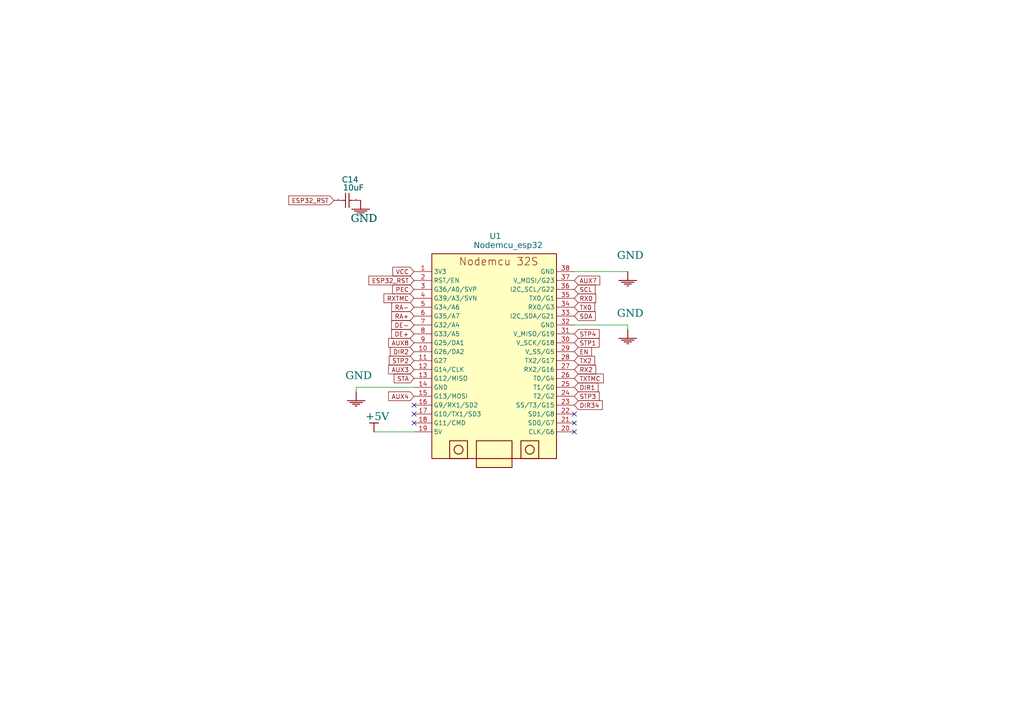
<source format=kicad_sch>
(kicad_sch (version 20231120) (generator "eeschema") (generator_version "8.0")
  (paper "User" 292.1 205.105)
  (lib_symbols
    (symbol "+5V" (power) (pin_numbers hide) (pin_names hide)
      (property "Value" "+5V" (at 0 3.81 0))
      (symbol "+5V_0_0"
        (polyline (pts (xy -1.27 -2.54) (xy 1.27 -2.54)) (stroke (width 0.254)))
        (polyline (pts (xy 0 0) (xy 0 -2.54)) (stroke (width 0.254)))
        (pin power_in line (at 0 0 270) (length 0) (name "+5V") (number "1"))
      )
    )
    (symbol "CL05A106MQ5NUNC"
      (property "Reference" "C14" (at -1.4986 6.7183 0))
      (property "Value" "10uF" (at -1.4986 4.4831 0))
      (symbol "CL05A106MQ5NUNC_0_0"
        (polyline (pts (xy -1.27 0) (xy -0.508 0)) (stroke (width 0.254)))
        (polyline (pts (xy -0.508 2.032) (xy -0.508 -2.032)) (stroke (width 0.254)))
        (polyline (pts (xy 0.508 0) (xy 1.27 0)) (stroke (width 0.254)))
        (polyline (pts (xy 0.508 2.032) (xy 0.508 -2.032)) (stroke (width 0.254)))
        (pin input line (at -3.81 0 0) (length 2.54) (name "1") (number "1"))
        (pin input line (at 3.81 0 180) (length 2.54) (name "2") (number "2"))
      )
    )
    (symbol "GND" (power) (pin_numbers hide) (pin_names hide)
      (property "Value" "GND" (at 0 6.35 0))
      (symbol "GND_0_0"
        (polyline (pts (xy -2.54 -2.54) (xy 2.54 -2.54)) (stroke (width 0.254)))
        (polyline (pts (xy -1.778 -3.048) (xy 1.778 -3.048)) (stroke (width 0.254)))
        (polyline (pts (xy -1.016 -3.556) (xy 1.016 -3.556)) (stroke (width 0.254)))
        (polyline (pts (xy -0.254 -4.064) (xy 0.254 -4.064)) (stroke (width 0.254)))
        (polyline (pts (xy 0 0) (xy 0 -2.54)) (stroke (width 0.254)))
        (pin power_in line (at 0 0 270) (length 0) (name "GND") (number "1"))
      )
    )
    (symbol "Unknown_555_-410"
      (property "Reference" "U1" (at -1.27 33.7947 0))
      (property "Value" "Nodemcu_esp32" (at -6.35 31.2547 0))
      (symbol "Unknown_555_-410_0_0"
        (rectangle (start -17.78 27.94) (end 17.78 -30.48) (stroke (width 0.254)) (fill (type background)))
        (rectangle (start -12.7 -25.4) (end -7.62 -30.48) (stroke (width 0.254)))
        (circle (center -10.16 -27.94) (radius 1.27) (stroke (width 0.254)))
        (rectangle (start -5.08 -25.4) (end 5.08 -33.02) (stroke (width 0.254)) (fill (type background)))
        (rectangle (start 7.62 -25.4) (end 12.7 -30.48) (stroke (width 0.254)))
        (circle (center 10.16 -27.94) (radius 1.27) (stroke (width 0.254)))
        (text "Nodemcu 32S" (at -10.16 27.0129 0) (effects (font (size 2.1717 2.1717)) (justify left top)))
        (pin bidirectional line (at -22.86 0 0) (length 5.08) (name "G26/DA2") (number "10"))
        (pin bidirectional line (at -22.86 -2.54 0) (length 5.08) (name "G27") (number "11"))
        (pin bidirectional line (at -22.86 -5.08 0) (length 5.08) (name "G14/CLK") (number "12"))
        (pin bidirectional line (at -22.86 -7.62 0) (length 5.08) (name "G12/MISO") (number "13"))
        (pin passive line (at -22.86 -10.16 0) (length 5.08) (name "GND") (number "14"))
        (pin bidirectional line (at -22.86 -12.7 0) (length 5.08) (name "G13/MOSI") (number "15"))
        (pin bidirectional line (at -22.86 -15.24 0) (length 5.08) (name "G9/RX1/SD2") (number "16"))
        (pin bidirectional line (at -22.86 -17.78 0) (length 5.08) (name "G10/TX1/SD3") (number "17"))
        (pin bidirectional line (at -22.86 -20.32 0) (length 5.08) (name "G11/CMD") (number "18"))
        (pin passive line (at -22.86 -22.86 0) (length 5.08) (name "5V") (number "19"))
        (pin bidirectional line (at -22.86 20.32 0) (length 5.08) (name "RST/EN") (number "2"))
        (pin bidirectional line (at 22.86 -22.86 180) (length 5.08) (name "CLK/G6") (number "20"))
        (pin bidirectional line (at 22.86 -20.32 180) (length 5.08) (name "SD0/G7") (number "21"))
        (pin bidirectional line (at 22.86 -17.78 180) (length 5.08) (name "SD1/G8") (number "22"))
        (pin bidirectional line (at 22.86 -15.24 180) (length 5.08) (name "SS/T3/G15") (number "23"))
        (pin bidirectional line (at 22.86 -12.7 180) (length 5.08) (name "T2/G2") (number "24"))
        (pin bidirectional line (at 22.86 -10.16 180) (length 5.08) (name "T1/G0") (number "25"))
        (pin bidirectional line (at 22.86 -7.62 180) (length 5.08) (name "T0/G4") (number "26"))
        (pin bidirectional line (at 22.86 -5.08 180) (length 5.08) (name "RX2/G16") (number "27"))
        (pin bidirectional line (at 22.86 -2.54 180) (length 5.08) (name "TX2/G17") (number "28"))
        (pin bidirectional line (at 22.86 0 180) (length 5.08) (name "V_SS/G5") (number "29"))
        (pin bidirectional line (at -22.86 17.78 0) (length 5.08) (name "G36/A0/SVP") (number "3"))
        (pin bidirectional line (at 22.86 2.54 180) (length 5.08) (name "V_SCK/G18") (number "30"))
        (pin bidirectional line (at 22.86 5.08 180) (length 5.08) (name "V_MISO/G19") (number "31"))
        (pin passive line (at 22.86 7.62 180) (length 5.08) (name "GND") (number "32"))
        (pin bidirectional line (at 22.86 10.16 180) (length 5.08) (name "I2C_SDA/G21") (number "33"))
        (pin bidirectional line (at 22.86 12.7 180) (length 5.08) (name "RX0/G3") (number "34"))
        (pin bidirectional line (at 22.86 15.24 180) (length 5.08) (name "TX0/G1") (number "35"))
        (pin bidirectional line (at 22.86 17.78 180) (length 5.08) (name "I2C_SCL/G22") (number "36"))
        (pin bidirectional line (at 22.86 20.32 180) (length 5.08) (name "V_MOSI/G23") (number "37"))
        (pin passive line (at 22.86 22.86 180) (length 5.08) (name "GND") (number "38"))
        (pin bidirectional line (at -22.86 15.24 0) (length 5.08) (name "G39/A3/SVN") (number "4"))
        (pin bidirectional line (at -22.86 12.7 0) (length 5.08) (name "G34/A6") (number "5"))
        (pin bidirectional line (at -22.86 10.16 0) (length 5.08) (name "G35/A7") (number "6"))
        (pin bidirectional line (at -22.86 7.62 0) (length 5.08) (name "G32/A4") (number "7"))
        (pin bidirectional line (at -22.86 5.08 0) (length 5.08) (name "G33/A5") (number "8"))
        (pin bidirectional line (at -22.86 2.54 0) (length 5.08) (name "G25/DA1") (number "9"))
      )
      (symbol "Unknown_555_-410_1_0"
        (pin passive line (at -22.86 22.86 0) (length 5.08) (name "3V3") (number "1"))
      )
    )
  )
  (no_connect (at 163.83 118.11))
  (no_connect (at 163.83 123.19))
  (no_connect (at 118.11 120.65))
  (no_connect (at 163.83 120.65))
  (no_connect (at 118.11 115.57))
  (no_connect (at 118.11 118.11))
  (wire (pts (xy 163.83 77.47) (xy 179.07 77.47)))
  (wire (pts (xy 101.6 110.49) (xy 118.11 110.49)))
  (wire (pts (xy 179.07 92.71) (xy 179.07 93.98)))
  (wire (pts (xy 163.83 92.71) (xy 179.07 92.71)))
  (wire (pts (xy 106.68 123.19) (xy 118.11 123.19)))
  (wire (pts (xy 101.6 111.76) (xy 101.6 110.49)))
  (global_label "AUX4" (shape input) (at 118.11 113.03 180) (property "Intersheetrefs" "${INTERSHEET_REFS}" (effects (hide yes))))
  (global_label "EN" (shape input) (at 163.83 100.33 0) (property "Intersheetrefs" "${INTERSHEET_REFS}" (effects (hide yes))))
  (global_label "SCL" (shape input) (at 163.83 82.55 0) (property "Intersheetrefs" "${INTERSHEET_REFS}" (effects (hide yes))))
  (global_label "RX0" (shape input) (at 163.83 85.09 0) (property "Intersheetrefs" "${INTERSHEET_REFS}" (effects (hide yes))))
  (global_label "RA-" (shape input) (at 118.11 87.63 180) (property "Intersheetrefs" "${INTERSHEET_REFS}" (effects (hide yes))))
  (global_label "STP1" (shape input) (at 163.83 97.79 0) (property "Intersheetrefs" "${INTERSHEET_REFS}" (effects (hide yes))))
  (global_label "DIR34" (shape input) (at 163.83 115.57 0) (property "Intersheetrefs" "${INTERSHEET_REFS}" (effects (hide yes))))
  (global_label "VCC" (shape input) (at 118.11 77.47 180) (property "Intersheetrefs" "${INTERSHEET_REFS}" (effects (hide yes))))
  (global_label "SDA" (shape input) (at 163.83 90.17 0) (property "Intersheetrefs" "${INTERSHEET_REFS}" (effects (hide yes))))
  (global_label "DE+" (shape input) (at 118.11 95.25 180) (property "Intersheetrefs" "${INTERSHEET_REFS}" (effects (hide yes))))
  (global_label "STP3" (shape input) (at 163.83 113.03 0) (property "Intersheetrefs" "${INTERSHEET_REFS}" (effects (hide yes))))
  (global_label "TX2" (shape input) (at 163.83 102.87 0) (property "Intersheetrefs" "${INTERSHEET_REFS}" (effects (hide yes))))
  (global_label "STP2" (shape input) (at 118.11 102.87 180) (property "Intersheetrefs" "${INTERSHEET_REFS}" (effects (hide yes))))
  (global_label "STA" (shape input) (at 118.11 107.95 180) (property "Intersheetrefs" "${INTERSHEET_REFS}" (effects (hide yes))))
  (global_label "ESP32_RST" (shape input) (at 95.25 57.15 180) (property "Intersheetrefs" "${INTERSHEET_REFS}" (effects (hide yes))))
  (global_label "DIR2" (shape input) (at 118.11 100.33 180) (property "Intersheetrefs" "${INTERSHEET_REFS}" (effects (hide yes))))
  (global_label "AUX8" (shape input) (at 118.11 97.79 180) (property "Intersheetrefs" "${INTERSHEET_REFS}" (effects (hide yes))))
  (global_label "STP4" (shape input) (at 163.83 95.25 0) (property "Intersheetrefs" "${INTERSHEET_REFS}" (effects (hide yes))))
  (global_label "DE-" (shape input) (at 118.11 92.71 180) (property "Intersheetrefs" "${INTERSHEET_REFS}" (effects (hide yes))))
  (global_label "PEC" (shape input) (at 118.11 82.55 180) (property "Intersheetrefs" "${INTERSHEET_REFS}" (effects (hide yes))))
  (global_label "RXTMC" (shape input) (at 118.11 85.09 180) (property "Intersheetrefs" "${INTERSHEET_REFS}" (effects (hide yes))))
  (global_label "ESP32_RST" (shape input) (at 118.11 80.01 180) (property "Intersheetrefs" "${INTERSHEET_REFS}" (effects (hide yes))))
  (global_label "DIR1" (shape input) (at 163.83 110.49 0) (property "Intersheetrefs" "${INTERSHEET_REFS}" (effects (hide yes))))
  (global_label "AUX7" (shape input) (at 163.83 80.01 0) (property "Intersheetrefs" "${INTERSHEET_REFS}" (effects (hide yes))))
  (global_label "TXTMC" (shape input) (at 163.83 107.95 0) (property "Intersheetrefs" "${INTERSHEET_REFS}" (effects (hide yes))))
  (global_label "RA+" (shape input) (at 118.11 90.17 180) (property "Intersheetrefs" "${INTERSHEET_REFS}" (effects (hide yes))))
  (global_label "TX0" (shape input) (at 163.83 87.63 0) (property "Intersheetrefs" "${INTERSHEET_REFS}" (effects (hide yes))))
  (global_label "RX2" (shape input) (at 163.83 105.41 0) (property "Intersheetrefs" "${INTERSHEET_REFS}" (effects (hide yes))))
  (global_label "AUX3" (shape input) (at 118.11 105.41 180) (property "Intersheetrefs" "${INTERSHEET_REFS}" (effects (hide yes))))
  (symbol (lib_id "Unknown_555_-410") (at 140.97 100.33 0) (unit 0)
    (property "Reference" "U1" (at 139.7 66.5353 0) (effects (font (size 1.6891 1.6891)) (justify left top)))
    (property "Value" "Nodemcu_esp32" (at 134.62 69.0753 0) (effects (font (size 1.6891 1.6891)) (justify left top)))
    (property "Footprint" "library:MODULE_ESP32-DEVKITC" (effects (hide yes)))
    (property "BOM_Manufacturer Part" "ESP32S Node32S" (effects (hide yes)))
    (property "BOM_Supplier Part" "ESP32" (effects (hide yes)))
  )
  (symbol (lib_id "+5V") (at 106.68 123.19 0) (mirror x) (unit 0)
    (property "Reference" "#PWR0134" (effects (hide yes)))
    (property "Value" "+5V" (at 104.14 120.142 0) (effects (font (size 2.1717 2.1717)) (justify left top)))
    (property "Description" "Power symbol creates a global label with name '+5V'" (effects (hide yes)))
  )
  (symbol (lib_id "CL05A106MQ5NUNC") (at 99.06 57.15 0) (unit 0)
    (property "Reference" "C14" (at 97.5614 50.4317 0) (effects (font (size 1.6891 1.6891)) (justify left top)))
    (property "Value" "10uF" (at 97.5614 52.6669 0) (effects (font (size 1.6891 1.6891)) (justify left top)))
    (property "Footprint" "library:10uF_Capacitor_CAPC3216X190N" (effects (hide yes)))
    (property "BOM_Manufacturer Part" "CL05A106MQ5NUNC" (effects (hide yes)))
    (property "BOM_Manufacturer" "SAMSUNG" (effects (hide yes)))
    (property "BOM_Supplier Part" "C15525" (effects (hide yes)))
    (property "BOM_Supplier" "LCSC" (effects (hide yes)))
  )
  (symbol (lib_id "GND") (at 179.07 93.98 0) (unit 0)
    (property "Reference" "#PWR0136" (effects (hide yes)))
    (property "Value" "GND" (at 176.276 90.678 0) (effects (font (size 2.1717 2.1717)) (justify left bottom)))
    (property "Description" "Power symbol creates a global label with name 'GND'" (effects (hide yes)))
  )
  (symbol (lib_id "GND") (at 179.07 77.47 0) (unit 0)
    (property "Reference" "#PWR0135" (effects (hide yes)))
    (property "Value" "GND" (at 176.276 74.168 0) (effects (font (size 2.1717 2.1717)) (justify left bottom)))
    (property "Description" "Power symbol creates a global label with name 'GND'" (effects (hide yes)))
  )
  (symbol (lib_id "GND") (at 101.6 111.76 0) (unit 0)
    (property "Reference" "#PWR0132" (effects (hide yes)))
    (property "Value" "GND" (at 98.806 108.458 0) (effects (font (size 2.1717 2.1717)) (justify left bottom)))
    (property "Description" "Power symbol creates a global label with name 'GND'" (effects (hide yes)))
  )
  (symbol (lib_id "GND") (at 102.87 57.15 0) (unit 0)
    (property "Reference" "#PWR0133" (effects (hide yes)))
    (property "Value" "GND" (at 100.33 63.627 0) (effects (font (size 2.1717 2.1717)) (justify left bottom)))
    (property "Description" "Power symbol creates a global label with name 'GND'" (effects (hide yes)))
  )
)
</source>
